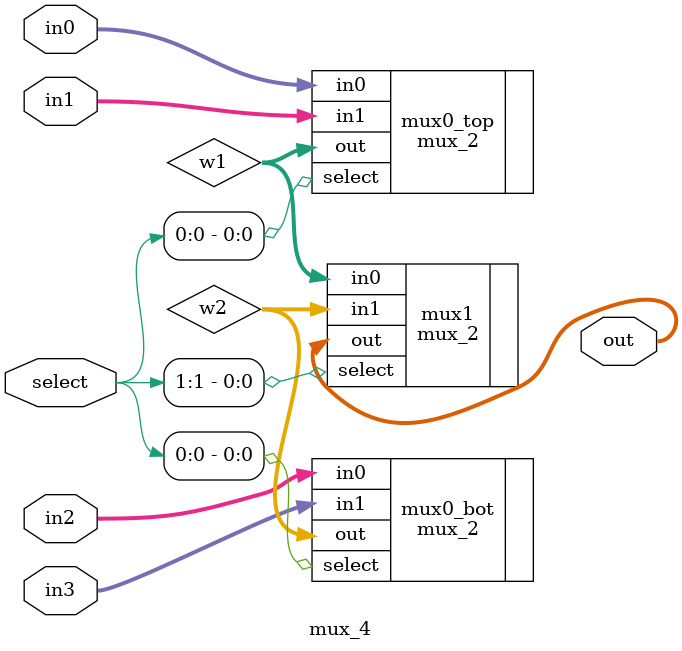
<source format=v>
module mux_4(out, select, in0, in1, in2, in3);
    output [31:0] out;
    input [1:0] select;
    input [31:0] in0, in1, in2, in3;
    wire [31:0] w1, w2;

    mux_2 mux0_top(.out(w1), .select(select[0]), .in0(in0), .in1(in1));
    mux_2 mux0_bot(.out(w2), .select(select[0]), .in0(in2), .in1(in3));
    mux_2 mux1(.out(out), .select(select[1]), .in0(w1), .in1(w2));

endmodule

</source>
